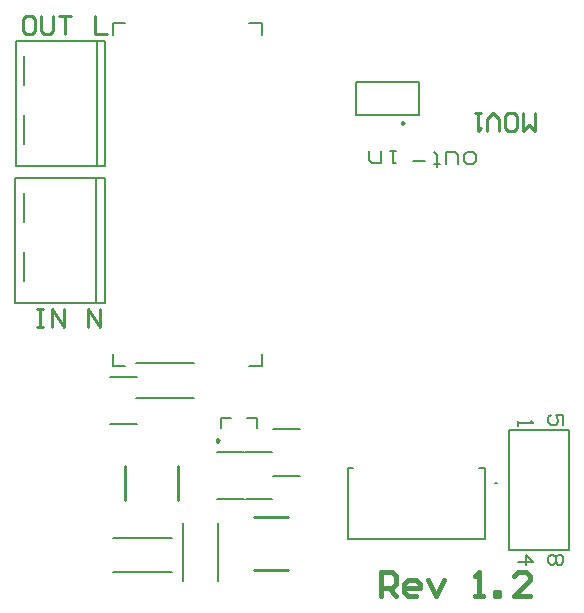
<source format=gto>
G04 Layer_Color=65535*
%FSLAX25Y25*%
%MOIN*%
G70*
G01*
G75*
%ADD10C,0.01575*%
%ADD24C,0.01000*%
%ADD55C,0.00984*%
%ADD56C,0.00787*%
%ADD57C,0.00800*%
D10*
X241437Y135531D02*
Y143403D01*
X245373D01*
X246685Y142091D01*
Y139467D01*
X245373Y138155D01*
X241437D01*
X244061D02*
X246685Y135531D01*
X253244D02*
X250620D01*
X249308Y136843D01*
Y139467D01*
X250620Y140779D01*
X253244D01*
X254556Y139467D01*
Y138155D01*
X249308D01*
X257180Y140779D02*
X259804Y135531D01*
X262428Y140779D01*
X272923Y135531D02*
X275547D01*
X274235D01*
Y143403D01*
X272923Y142091D01*
X279483Y135531D02*
Y136843D01*
X280794D01*
Y135531D01*
X279483D01*
X291290D02*
X286042D01*
X291290Y140779D01*
Y142091D01*
X289978Y143403D01*
X287354D01*
X286042Y142091D01*
D24*
X292886Y296395D02*
Y290397D01*
X290886Y292397D01*
X288887Y290397D01*
Y296395D01*
X283889Y290397D02*
X285888D01*
X286888Y291397D01*
Y295396D01*
X285888Y296395D01*
X283889D01*
X282889Y295396D01*
Y291397D01*
X283889Y290397D01*
X280890D02*
Y294396D01*
X278890Y296395D01*
X276891Y294396D01*
Y290397D01*
X274892Y296395D02*
X272892D01*
X273892D01*
Y290397D01*
X274892Y291397D01*
X125243Y328833D02*
X123244D01*
X122244Y327833D01*
Y323834D01*
X123244Y322835D01*
X125243D01*
X126243Y323834D01*
Y327833D01*
X125243Y328833D01*
X128242D02*
Y323834D01*
X129242Y322835D01*
X131241D01*
X132241Y323834D01*
Y328833D01*
X134240D02*
X138239D01*
X136240D01*
Y322835D01*
X146236Y328833D02*
Y322835D01*
X150235D01*
X127000Y231298D02*
X128999D01*
X128000D01*
Y225300D01*
X127000D01*
X128999D01*
X131998D02*
Y231298D01*
X135997Y225300D01*
Y231298D01*
X143994Y225300D02*
Y231298D01*
X147993Y225300D01*
Y231298D01*
D55*
X249311Y293209D02*
X248573Y293635D01*
Y292782D01*
X249311Y293209D01*
X187598Y187402D02*
X186860Y187828D01*
Y186975D01*
X187598Y187402D01*
X199213Y144095D02*
X210630D01*
X199213Y161811D02*
X210630D01*
X156299Y167618D02*
Y179035D01*
X174016Y167618D02*
Y179035D01*
D56*
X280221Y173339D02*
X279433D01*
X280221D01*
X233307Y306791D02*
X254331D01*
X233307Y295768D02*
X254331D01*
X233307D02*
Y306791D01*
X254331Y295768D02*
Y306791D01*
X284370Y150984D02*
X304370D01*
Y190984D01*
X284370D02*
X304370D01*
X284370Y150984D02*
Y190984D01*
X188287Y191634D02*
Y194783D01*
X191437D01*
X200098Y191634D02*
Y194783D01*
X196949D02*
X200098D01*
X230492Y154528D02*
Y178150D01*
Y154528D02*
X276161D01*
Y178150D01*
X230492D02*
X232362D01*
X274291D02*
X276161D01*
X151279Y208563D02*
X160236D01*
X151378Y192913D02*
X160236D01*
X205587Y191063D02*
X214543D01*
X205685Y175413D02*
X214543D01*
X196358Y183563D02*
X205315D01*
X196457Y167913D02*
X205315D01*
X186909D02*
X195866D01*
X186909Y183563D02*
X195768D01*
X159744Y213091D02*
X179232D01*
X159744Y201575D02*
X179232D01*
X175591Y140551D02*
Y160039D01*
X187106Y140551D02*
Y160039D01*
X152362Y154921D02*
X171851D01*
X152362Y143405D02*
X171850D01*
X119595Y274928D02*
X149516D01*
X119595Y233195D02*
X149516D01*
X122450Y240479D02*
Y250321D01*
Y260164D02*
Y270006D01*
X146564Y233195D02*
Y274928D01*
X149516Y233195D02*
Y274928D01*
X119595Y233195D02*
Y274928D01*
X119795Y320528D02*
X149716D01*
X119795Y278795D02*
X149716D01*
X122650Y286079D02*
Y295921D01*
Y305764D02*
Y315606D01*
X146764Y278795D02*
Y320528D01*
X149716Y278795D02*
Y320528D01*
X119795Y278795D02*
Y320528D01*
X197512Y212303D02*
X201842D01*
Y216240D01*
Y322539D02*
Y326476D01*
X197512D02*
X201842D01*
X152236Y326476D02*
X156173D01*
X152236Y322539D02*
Y326476D01*
Y212303D02*
Y216240D01*
Y212303D02*
X156173D01*
X272087Y283658D02*
X270088D01*
X269088Y282658D01*
Y280658D01*
X270088Y279659D01*
X272087D01*
X273087Y280658D01*
Y282658D01*
X272087Y283658D01*
X267089Y279659D02*
Y282658D01*
X266089Y283658D01*
X263090D01*
Y279659D01*
X260091Y278659D02*
Y279659D01*
X261090D01*
X259091D01*
X260091D01*
Y282658D01*
X259091Y283658D01*
X256092Y280658D02*
X252093D01*
X246413Y283854D02*
X244414D01*
X245414D01*
Y279856D01*
X246413D01*
X241415Y283854D02*
Y279856D01*
X238416D01*
X237416Y280855D01*
Y283854D01*
D57*
X301535Y149284D02*
X302368Y148451D01*
Y146785D01*
X301535Y145952D01*
X300702D01*
X299869Y146785D01*
X299036Y145952D01*
X298203D01*
X297370Y146785D01*
Y148451D01*
X298203Y149284D01*
X299036D01*
X299869Y148451D01*
X300702Y149284D01*
X301535D01*
X299869Y148451D02*
Y146785D01*
X287370D02*
X292369D01*
X289869Y149284D01*
Y145952D01*
X287370Y193984D02*
Y192318D01*
Y193151D01*
X292369D01*
X291535Y193984D01*
X302368Y192652D02*
Y195984D01*
X299869D01*
X300702Y194318D01*
Y193485D01*
X299869Y192652D01*
X298203D01*
X297370Y193485D01*
Y195151D01*
X298203Y195984D01*
M02*

</source>
